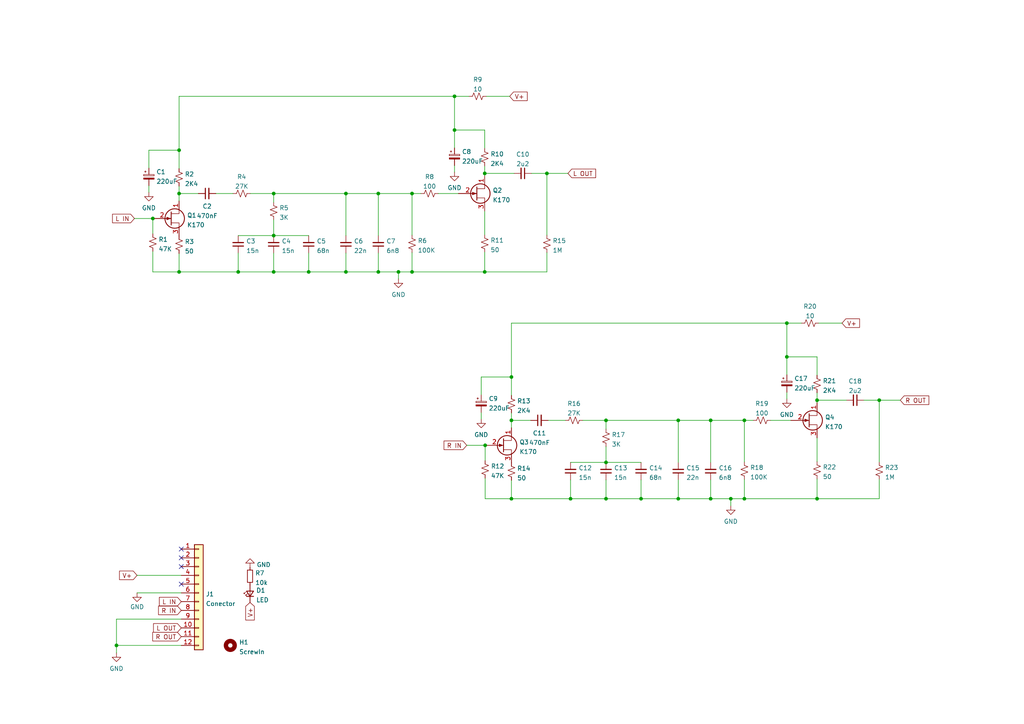
<source format=kicad_sch>
(kicad_sch (version 20211123) (generator eeschema)
  (paper "A4")
  (lib_symbols
    (symbol "Connector_Generic:Conn_01x12" (pin_names (offset 1.016) hide)
      (property "Reference" "J" (at 0 15.24 0))
      (property "Value" "Conn_01x12" (at 0 -17.78 0))
      (symbol "Conn_01x12_1_1"
        (rectangle (start -1.27 -15.113) (end 0 -15.367) (stroke (width 0.1524)))
        (rectangle (start -1.27 -12.573) (end 0 -12.827) (stroke (width 0.1524)))
        (rectangle (start -1.27 -10.033) (end 0 -10.287) (stroke (width 0.1524)))
        (rectangle (start -1.27 -7.493) (end 0 -7.747) (stroke (width 0.1524)))
        (rectangle (start -1.27 -4.953) (end 0 -5.207) (stroke (width 0.1524)))
        (rectangle (start -1.27 -2.413) (end 0 -2.667) (stroke (width 0.1524)))
        (rectangle (start -1.27 0.127) (end 0 -0.127) (stroke (width 0.1524)))
        (rectangle (start -1.27 2.667) (end 0 2.413) (stroke (width 0.1524)))
        (rectangle (start -1.27 5.207) (end 0 4.953) (stroke (width 0.1524)))
        (rectangle (start -1.27 7.747) (end 0 7.493) (stroke (width 0.1524)))
        (rectangle (start -1.27 10.287) (end 0 10.033) (stroke (width 0.1524)))
        (rectangle (start -1.27 12.827) (end 0 12.573) (stroke (width 0.1524)))
        (rectangle (start -1.27 13.97) (end 1.27 -16.51) (stroke (width 0.254)) (fill (type background)))
        (pin passive line (at -5.08 12.7 0) (length 3.81) (name "Pin_1") (number "1"))
        (pin passive line (at -5.08 -10.16 0) (length 3.81) (name "Pin_10") (number "10"))
        (pin passive line (at -5.08 -12.7 0) (length 3.81) (name "Pin_11") (number "11"))
        (pin passive line (at -5.08 -15.24 0) (length 3.81) (name "Pin_12") (number "12"))
        (pin passive line (at -5.08 10.16 0) (length 3.81) (name "Pin_2") (number "2"))
        (pin passive line (at -5.08 7.62 0) (length 3.81) (name "Pin_3") (number "3"))
        (pin passive line (at -5.08 5.08 0) (length 3.81) (name "Pin_4") (number "4"))
        (pin passive line (at -5.08 2.54 0) (length 3.81) (name "Pin_5") (number "5"))
        (pin passive line (at -5.08 0 0) (length 3.81) (name "Pin_6") (number "6"))
        (pin passive line (at -5.08 -2.54 0) (length 3.81) (name "Pin_7") (number "7"))
        (pin passive line (at -5.08 -5.08 0) (length 3.81) (name "Pin_8") (number "8"))
        (pin passive line (at -5.08 -7.62 0) (length 3.81) (name "Pin_9") (number "9"))
      )
    )
    (symbol "Device:C_Polarized_Small" (pin_numbers hide) (pin_names (offset 0.254) hide)
      (property "Reference" "C" (at 0.254 1.778 0))
      (property "Value" "C_Polarized_Small" (at 0.254 -2.032 0))
      (symbol "C_Polarized_Small_0_1"
        (rectangle (start -1.524 -0.3048) (end 1.524 -0.6858) (fill (type outline)))
        (rectangle (start -1.524 0.6858) (end 1.524 0.3048))
        (polyline (pts (xy -1.27 1.524) (xy -0.762 1.524)))
        (polyline (pts (xy -1.016 1.27) (xy -1.016 1.778)))
      )
      (symbol "C_Polarized_Small_1_1"
        (pin passive line (at 0 2.54 270) (length 1.8542) (name "~") (number "1"))
        (pin passive line (at 0 -2.54 90) (length 1.8542) (name "~") (number "2"))
      )
    )
    (symbol "Device:C_Small" (pin_numbers hide) (pin_names (offset 0.254) hide)
      (property "Reference" "C" (at 0.254 1.778 0))
      (property "Value" "C_Small" (at 0.254 -2.032 0))
      (symbol "C_Small_0_1"
        (polyline (pts (xy -1.524 -0.508) (xy 1.524 -0.508)) (stroke (width 0.3302)))
        (polyline (pts (xy -1.524 0.508) (xy 1.524 0.508)) (stroke (width 0.3048)))
      )
      (symbol "C_Small_1_1"
        (pin passive line (at 0 2.54 270) (length 2.032) (name "~") (number "1"))
        (pin passive line (at 0 -2.54 90) (length 2.032) (name "~") (number "2"))
      )
    )
    (symbol "Device:LED_Small" (pin_numbers hide) (pin_names (offset 0.254) hide)
      (property "Reference" "D" (at -1.27 3.175 0))
      (property "Value" "LED_Small" (at -4.445 -2.54 0))
      (symbol "LED_Small_0_1"
        (polyline (pts (xy -0.762 -1.016) (xy -0.762 1.016)) (stroke (width 0.254)))
        (polyline (pts (xy 1.016 0) (xy -0.762 0)))
        (polyline (pts (xy 0.762 -1.016) (xy -0.762 0) (xy 0.762 1.016) (xy 0.762 -1.016)) (stroke (width 0.254)))
        (polyline (pts (xy 0 0.762) (xy -0.508 1.27) (xy -0.254 1.27) (xy -0.508 1.27) (xy -0.508 1.016)))
        (polyline (pts (xy 0.508 1.27) (xy 0 1.778) (xy 0.254 1.778) (xy 0 1.778) (xy 0 1.524)))
      )
      (symbol "LED_Small_1_1"
        (pin passive line (at -2.54 0 0) (length 1.778) (name "K") (number "1"))
        (pin passive line (at 2.54 0 180) (length 1.778) (name "A") (number "2"))
      )
    )
    (symbol "Device:Q_NJFET_DGS" (pin_names (offset 0) hide)
      (property "Reference" "Q" (at 5.08 1.27 0))
      (property "Value" "Q_NJFET_DGS" (at 5.08 -1.27 0))
      (symbol "Q_NJFET_DGS_0_1"
        (polyline (pts (xy 0.254 1.905) (xy 0.254 -1.905) (xy 0.254 -1.905)) (stroke (width 0.254)))
        (polyline (pts (xy 2.54 -2.54) (xy 2.54 -1.27) (xy 0.254 -1.27)))
        (polyline (pts (xy 2.54 2.54) (xy 2.54 1.397) (xy 0.254 1.397)))
        (polyline (pts (xy 0 0) (xy -1.016 0.381) (xy -1.016 -0.381) (xy 0 0)) (fill (type outline)))
        (circle (center 1.27 0) (radius 2.8194) (stroke (width 0.254)))
      )
      (symbol "Q_NJFET_DGS_1_1"
        (pin passive line (at 2.54 5.08 270) (length 2.54) (name "D") (number "1"))
        (pin input line (at -5.08 0 0) (length 5.334) (name "G") (number "2"))
        (pin passive line (at 2.54 -5.08 90) (length 2.54) (name "S") (number "3"))
      )
    )
    (symbol "Device:R_Small" (pin_numbers hide) (pin_names (offset 0.254) hide)
      (property "Reference" "R" (at 0.762 0.508 0))
      (property "Value" "R_Small" (at 0.762 -1.016 0))
      (symbol "R_Small_0_1"
        (rectangle (start -0.762 1.778) (end 0.762 -1.778) (stroke (width 0.2032)))
      )
      (symbol "R_Small_1_1"
        (pin passive line (at 0 2.54 270) (length 0.762) (name "~") (number "1"))
        (pin passive line (at 0 -2.54 90) (length 0.762) (name "~") (number "2"))
      )
    )
    (symbol "Device:R_Small_US" (pin_numbers hide) (pin_names (offset 0.254) hide)
      (property "Reference" "R" (at 0.762 0.508 0))
      (property "Value" "R_Small_US" (at 0.762 -1.016 0))
      (symbol "R_Small_US_1_1"
        (polyline (pts (xy 0 0) (xy 1.016 -0.381) (xy 0 -0.762) (xy -1.016 -1.143) (xy 0 -1.524)))
        (polyline (pts (xy 0 1.524) (xy 1.016 1.143) (xy 0 0.762) (xy -1.016 0.381) (xy 0 0)))
        (pin passive line (at 0 2.54 270) (length 1.016) (name "~") (number "1"))
        (pin passive line (at 0 -2.54 90) (length 1.016) (name "~") (number "2"))
      )
    )
    (symbol "Mechanical:MountingHole" (pin_names (offset 1.016))
      (property "Reference" "H" (at 0 5.08 0))
      (property "Value" "MountingHole" (at 0 3.175 0))
      (symbol "MountingHole_0_1"
        (circle (center 0 0) (radius 1.27) (stroke (width 1.27)))
      )
    )
    (symbol "power:GND" (power) (pin_names (offset 0))
      (property "Value" "GND" (at 0 -3.81 0))
      (symbol "GND_0_1"
        (polyline (pts (xy 0 0) (xy 0 -1.27) (xy 1.27 -1.27) (xy 0 -2.54) (xy -1.27 -1.27) (xy 0 -1.27)))
      )
      (symbol "GND_1_1"
        (pin power_in line (at 0 0 270) (length 0) hide (name "GND") (number "1"))
      )
    )
  )
  (junction (at 51.943 43.561))
  (junction (at 228.219 103.505))
  (junction (at 236.982 144.653))
  (junction (at 206.121 121.92))
  (junction (at 175.768 144.653))
  (junction (at 175.768 134.112))
  (junction (at 100.33 56.134))
  (junction (at 109.728 78.867))
  (junction (at 255.016 116.078))
  (junction (at 33.782 187.198))
  (junction (at 109.728 56.134))
  (junction (at 89.535 78.867))
  (junction (at 196.723 144.653))
  (junction (at 228.219 93.726))
  (junction (at 165.481 144.653))
  (junction (at 175.768 121.92))
  (junction (at 158.623 50.292))
  (junction (at 79.375 78.867))
  (junction (at 131.826 37.719))
  (junction (at 51.943 56.134))
  (junction (at 148.336 144.653))
  (junction (at 69.088 78.867))
  (junction (at 206.121 144.653))
  (junction (at 185.928 144.653))
  (junction (at 215.9 144.653))
  (junction (at 196.723 121.92))
  (junction (at 131.826 27.94))
  (junction (at 211.963 144.653))
  (junction (at 51.943 78.867))
  (junction (at 119.507 56.134))
  (junction (at 236.982 116.078))
  (junction (at 140.716 129.159))
  (junction (at 140.589 50.292))
  (junction (at 100.33 78.867))
  (junction (at 140.589 78.867))
  (junction (at 115.57 78.867))
  (junction (at 44.323 63.373))
  (junction (at 79.375 68.326))
  (junction (at 79.375 56.134))
  (junction (at 148.336 121.92))
  (junction (at 215.9 121.92))
  (junction (at 119.507 78.867))
  (junction (at 148.336 109.347))
  (no_connect (at 52.578 164.338))
  (no_connect (at 52.578 159.258))
  (no_connect (at 52.578 161.798))
  (no_connect (at 52.578 169.418))
  (wire (pts (xy 215.9 121.92) (xy 206.121 121.92)))
  (wire (pts (xy 127.127 56.134) (xy 132.969 56.134)))
  (wire (pts (xy 236.982 138.938) (xy 236.982 144.653)))
  (wire (pts (xy 140.589 50.292) (xy 149.098 50.292)))
  (wire (pts (xy 215.9 133.985) (xy 215.9 121.92)))
  (wire (pts (xy 44.323 63.373) (xy 38.989 63.373)))
  (wire (pts (xy 140.589 78.867) (xy 119.507 78.867)))
  (wire (pts (xy 141.097 27.94) (xy 147.828 27.94)))
  (wire (pts (xy 175.768 139.192) (xy 175.768 144.653)))
  (wire (pts (xy 119.507 56.134) (xy 122.047 56.134)))
  (wire (pts (xy 206.121 134.112) (xy 206.121 121.92)))
  (wire (pts (xy 39.751 171.958) (xy 52.578 171.958)))
  (wire (pts (xy 39.751 166.878) (xy 52.578 166.878)))
  (wire (pts (xy 206.121 144.653) (xy 196.723 144.653)))
  (wire (pts (xy 255.016 116.078) (xy 261.112 116.078)))
  (wire (pts (xy 206.121 121.92) (xy 196.723 121.92)))
  (wire (pts (xy 140.716 144.653) (xy 140.716 138.684)))
  (wire (pts (xy 158.623 78.867) (xy 140.589 78.867)))
  (wire (pts (xy 148.336 121.92) (xy 153.924 121.92)))
  (wire (pts (xy 185.928 139.192) (xy 185.928 144.653)))
  (wire (pts (xy 131.826 37.719) (xy 140.589 37.719)))
  (wire (pts (xy 109.728 78.867) (xy 100.33 78.867)))
  (wire (pts (xy 119.507 56.134) (xy 109.728 56.134)))
  (wire (pts (xy 211.963 146.685) (xy 211.963 144.653)))
  (wire (pts (xy 165.481 134.112) (xy 175.768 134.112)))
  (wire (pts (xy 139.573 114.554) (xy 139.573 109.347)))
  (wire (pts (xy 228.219 103.505) (xy 236.982 103.505)))
  (wire (pts (xy 175.768 134.112) (xy 175.768 129.54)))
  (wire (pts (xy 79.375 78.867) (xy 69.088 78.867)))
  (wire (pts (xy 51.943 53.975) (xy 51.943 56.134)))
  (wire (pts (xy 131.826 48.006) (xy 131.826 49.911)))
  (wire (pts (xy 33.782 179.578) (xy 52.578 179.578)))
  (wire (pts (xy 236.982 144.653) (xy 215.9 144.653)))
  (wire (pts (xy 154.178 50.292) (xy 158.623 50.292)))
  (wire (pts (xy 148.336 109.347) (xy 148.336 114.681)))
  (wire (pts (xy 43.18 43.561) (xy 51.943 43.561)))
  (wire (pts (xy 69.088 68.326) (xy 79.375 68.326)))
  (wire (pts (xy 232.41 93.726) (xy 228.219 93.726)))
  (wire (pts (xy 100.33 78.867) (xy 89.535 78.867)))
  (wire (pts (xy 139.573 109.347) (xy 148.336 109.347)))
  (wire (pts (xy 44.323 78.867) (xy 44.323 72.898)))
  (wire (pts (xy 228.219 93.726) (xy 148.336 93.726)))
  (wire (pts (xy 69.088 78.867) (xy 51.943 78.867)))
  (wire (pts (xy 148.336 139.319) (xy 148.336 144.653)))
  (wire (pts (xy 51.943 43.561) (xy 51.943 48.895)))
  (wire (pts (xy 51.943 56.134) (xy 51.943 58.293)))
  (wire (pts (xy 165.481 139.192) (xy 165.481 144.653)))
  (wire (pts (xy 115.57 78.867) (xy 119.507 78.867)))
  (wire (pts (xy 148.336 93.726) (xy 148.336 109.347)))
  (wire (pts (xy 69.088 73.406) (xy 69.088 78.867)))
  (wire (pts (xy 115.57 80.899) (xy 115.57 78.867)))
  (wire (pts (xy 79.375 56.134) (xy 72.644 56.134)))
  (wire (pts (xy 79.375 58.674) (xy 79.375 56.134)))
  (wire (pts (xy 236.982 116.078) (xy 245.491 116.078)))
  (wire (pts (xy 100.33 73.406) (xy 100.33 78.867)))
  (wire (pts (xy 89.535 78.867) (xy 79.375 78.867)))
  (wire (pts (xy 159.004 121.92) (xy 163.957 121.92)))
  (wire (pts (xy 196.723 144.653) (xy 185.928 144.653)))
  (wire (pts (xy 236.982 113.919) (xy 236.982 116.078)))
  (wire (pts (xy 140.589 73.152) (xy 140.589 78.867)))
  (wire (pts (xy 148.336 119.761) (xy 148.336 121.92)))
  (wire (pts (xy 79.375 68.326) (xy 79.375 63.754)))
  (wire (pts (xy 140.589 37.719) (xy 140.589 43.053)))
  (wire (pts (xy 131.826 27.94) (xy 131.826 37.719)))
  (wire (pts (xy 131.826 42.926) (xy 131.826 37.719)))
  (wire (pts (xy 255.016 144.653) (xy 236.982 144.653)))
  (wire (pts (xy 158.623 50.292) (xy 158.623 68.199)))
  (wire (pts (xy 175.768 121.92) (xy 169.037 121.92)))
  (wire (pts (xy 33.782 179.578) (xy 33.782 187.198)))
  (wire (pts (xy 196.723 134.112) (xy 196.723 121.92)))
  (wire (pts (xy 175.768 144.653) (xy 165.481 144.653)))
  (wire (pts (xy 211.963 144.653) (xy 215.9 144.653)))
  (wire (pts (xy 100.33 68.326) (xy 100.33 56.134)))
  (wire (pts (xy 215.9 121.92) (xy 218.44 121.92)))
  (wire (pts (xy 139.573 119.634) (xy 139.573 121.539)))
  (wire (pts (xy 100.33 56.134) (xy 79.375 56.134)))
  (wire (pts (xy 79.375 73.406) (xy 79.375 78.867)))
  (wire (pts (xy 165.481 144.653) (xy 148.336 144.653)))
  (wire (pts (xy 255.016 139.065) (xy 255.016 144.653)))
  (wire (pts (xy 51.943 73.533) (xy 51.943 78.867)))
  (wire (pts (xy 236.982 103.505) (xy 236.982 108.839)))
  (wire (pts (xy 228.219 108.712) (xy 228.219 103.505)))
  (wire (pts (xy 140.716 129.159) (xy 135.382 129.159)))
  (wire (pts (xy 119.507 68.199) (xy 119.507 56.134)))
  (wire (pts (xy 185.928 134.112) (xy 175.768 134.112)))
  (wire (pts (xy 33.782 187.198) (xy 52.578 187.198)))
  (wire (pts (xy 89.535 73.406) (xy 89.535 78.867)))
  (wire (pts (xy 140.716 133.604) (xy 140.716 129.159)))
  (wire (pts (xy 237.49 93.726) (xy 244.221 93.726)))
  (wire (pts (xy 206.121 139.192) (xy 206.121 144.653)))
  (wire (pts (xy 140.589 48.133) (xy 140.589 50.292)))
  (wire (pts (xy 206.121 144.653) (xy 211.963 144.653)))
  (wire (pts (xy 228.219 93.726) (xy 228.219 103.505)))
  (wire (pts (xy 140.589 61.214) (xy 140.589 68.072)))
  (wire (pts (xy 175.768 124.46) (xy 175.768 121.92)))
  (wire (pts (xy 109.728 78.867) (xy 115.57 78.867)))
  (wire (pts (xy 43.18 48.768) (xy 43.18 43.561)))
  (wire (pts (xy 158.623 50.292) (xy 164.719 50.292)))
  (wire (pts (xy 228.219 113.792) (xy 228.219 115.697)))
  (wire (pts (xy 196.723 121.92) (xy 175.768 121.92)))
  (wire (pts (xy 140.589 50.292) (xy 140.589 51.054)))
  (wire (pts (xy 148.336 121.92) (xy 148.336 124.079)))
  (wire (pts (xy 109.728 73.406) (xy 109.728 78.867)))
  (wire (pts (xy 89.535 68.326) (xy 79.375 68.326)))
  (wire (pts (xy 136.017 27.94) (xy 131.826 27.94)))
  (wire (pts (xy 109.728 68.326) (xy 109.728 56.134)))
  (wire (pts (xy 109.728 56.134) (xy 100.33 56.134)))
  (wire (pts (xy 33.782 187.198) (xy 33.782 189.357)))
  (wire (pts (xy 250.571 116.078) (xy 255.016 116.078)))
  (wire (pts (xy 185.928 144.653) (xy 175.768 144.653)))
  (wire (pts (xy 62.611 56.134) (xy 67.564 56.134)))
  (wire (pts (xy 51.943 27.94) (xy 51.943 43.561)))
  (wire (pts (xy 44.323 67.818) (xy 44.323 63.373)))
  (wire (pts (xy 255.016 116.078) (xy 255.016 133.985)))
  (wire (pts (xy 236.982 127) (xy 236.982 133.858)))
  (wire (pts (xy 196.723 139.192) (xy 196.723 144.653)))
  (wire (pts (xy 223.52 121.92) (xy 229.362 121.92)))
  (wire (pts (xy 51.943 56.134) (xy 57.531 56.134)))
  (wire (pts (xy 236.982 116.078) (xy 236.982 116.84)))
  (wire (pts (xy 131.826 27.94) (xy 51.943 27.94)))
  (wire (pts (xy 158.623 73.279) (xy 158.623 78.867)))
  (wire (pts (xy 215.9 139.065) (xy 215.9 144.653)))
  (wire (pts (xy 51.943 78.867) (xy 44.323 78.867)))
  (wire (pts (xy 43.18 53.848) (xy 43.18 55.753)))
  (wire (pts (xy 119.507 73.279) (xy 119.507 78.867)))
  (wire (pts (xy 148.336 144.653) (xy 140.716 144.653)))
  (global_label "L IN" (shape input) (at 52.578 174.498 180) (property "Intersheet References" "${INTERSHEET_REFS}" (effects hide)))
  (global_label "V+" (shape input) (at 244.221 93.726 0) (property "Intersheet References" "${INTERSHEET_REFS}" (effects hide)))
  (global_label "V+" (shape input) (at 147.828 27.94 0) (property "Intersheet References" "${INTERSHEET_REFS}" (effects hide)))
  (global_label "V+" (shape input) (at 39.751 166.878 180) (property "Intersheet References" "${INTERSHEET_REFS}" (effects hide)))
  (global_label "R IN" (shape input) (at 135.382 129.159 180) (property "Intersheet References" "${INTERSHEET_REFS}" (effects hide)))
  (global_label "L OUT" (shape input) (at 52.578 182.118 180) (property "Intersheet References" "${INTERSHEET_REFS}" (effects hide)))
  (global_label "R IN" (shape input) (at 52.578 177.038 180) (property "Intersheet References" "${INTERSHEET_REFS}" (effects hide)))
  (global_label "V+" (shape input) (at 72.517 174.752 270) (property "Intersheet References" "${INTERSHEET_REFS}" (effects hide)))
  (global_label "R OUT" (shape input) (at 261.112 116.078 0) (property "Intersheet References" "${INTERSHEET_REFS}" (effects hide)))
  (global_label "L OUT" (shape input) (at 164.719 50.292 0) (property "Intersheet References" "${INTERSHEET_REFS}" (effects hide)))
  (global_label "L IN" (shape input) (at 38.989 63.373 180) (property "Intersheet References" "${INTERSHEET_REFS}" (effects hide)))
  (global_label "R OUT" (shape input) (at 52.578 184.658 180) (property "Intersheet References" "${INTERSHEET_REFS}" (effects hide)))
  (symbol (lib_id "Device:C_Small") (at 79.375 70.866 180) (unit 1)
    (property "Reference" "C4" (at 81.6991 69.9511 0) (effects (justify right)))
    (property "Value" "15n" (at 81.6991 72.7262 0) (effects (justify right)))
    (property "Footprint" "Capacitor_THT:C_Rect_L13.0mm_W8.0mm_P10.00mm_FKS3_FKP3_MKS4" (effects hide))
  )
  (symbol (lib_id "Mechanical:MountingHole") (at 66.802 187.198 0) (unit 1)
    (property "Reference" "H1" (at 69.342 186.2895 0) (effects (justify left)))
    (property "Value" "ScrewIn" (at 69.342 189.0646 0) (effects (justify left)))
    (property "Footprint" "MountingHole:MountingHole_3.2mm_M3" (effects hide))
  )
  (symbol (lib_id "Device:C_Small") (at 69.088 70.866 180) (unit 1)
    (property "Reference" "C3" (at 71.4121 69.9511 0) (effects (justify right)))
    (property "Value" "15n" (at 71.4121 72.7262 0) (effects (justify right)))
    (property "Footprint" "Capacitor_THT:C_Rect_L13.0mm_W8.0mm_P10.00mm_FKS3_FKP3_MKS4" (effects hide))
  )
  (symbol (lib_id "Device:C_Small") (at 248.031 116.078 270) (unit 1)
    (property "Reference" "C18" (at 248.0246 110.5494 90))
    (property "Value" "2u2" (at 248.0246 113.3245 90))
    (property "Footprint" "Capacitor_THT:C_Axial_L19.0mm_D8.0mm_P25.00mm_Horizontal" (effects hide))
  )
  (symbol (lib_id "Device:C_Small") (at 156.464 121.92 90) (unit 1)
    (property "Reference" "C11" (at 156.4703 125.6316 90))
    (property "Value" "470nF" (at 156.4703 128.4067 90))
    (property "Footprint" "Capacitor_THT:C_Rect_L13.0mm_W8.0mm_P10.00mm_FKS3_FKP3_MKS4" (effects hide))
  )
  (symbol (lib_id "Device:R_Small_US") (at 236.982 111.379 0) (unit 1)
    (property "Reference" "R21" (at 238.633 110.4705 0) (effects (justify left)))
    (property "Value" "2K4" (at 238.633 113.2456 0) (effects (justify left)))
    (property "Footprint" "Resistor_SMD:R_1206_3216Metric" (effects hide))
  )
  (symbol (lib_id "Device:C_Small") (at 89.535 70.866 180) (unit 1)
    (property "Reference" "C5" (at 91.8591 69.9511 0) (effects (justify right)))
    (property "Value" "68n" (at 91.8591 72.7262 0) (effects (justify right)))
    (property "Footprint" "Capacitor_THT:C_Rect_L13.0mm_W8.0mm_P10.00mm_FKS3_FKP3_MKS4" (effects hide))
  )
  (symbol (lib_id "power:GND") (at 228.219 115.697 0) (unit 1)
    (property "Reference" "#PWR0101" (effects hide))
    (property "Value" "GND" (at 228.219 120.2595 0))
  )
  (symbol (lib_id "Device:Q_NJFET_DGS") (at 145.796 129.159 0) (unit 1)
    (property "Reference" "Q3" (at 150.6474 128.2505 0) (effects (justify left)))
    (property "Value" "K170" (at 150.6474 131.0256 0) (effects (justify left)))
    (property "Footprint" "Package_TO_SOT_THT:TO-92" (effects hide))
  )
  (symbol (lib_id "Connector_Generic:Conn_01x12") (at 57.658 171.958 0) (unit 1)
    (property "Reference" "J1" (at 59.69 172.3195 0) (effects (justify left)))
    (property "Value" "Conector" (at 59.69 175.0946 0) (effects (justify left)))
    (property "Footprint" "TSD MIXER FOOTPRINTS:PinHeader_2x12_P2.54mm_Vertical" (effects hide))
  )
  (symbol (lib_id "Device:C_Small") (at 60.071 56.134 90) (unit 1)
    (property "Reference" "C2" (at 60.0773 59.8456 90))
    (property "Value" "470nF" (at 60.0773 62.6207 90))
    (property "Footprint" "Capacitor_THT:C_Rect_L13.0mm_W8.0mm_P10.00mm_FKS3_FKP3_MKS4" (effects hide))
  )
  (symbol (lib_id "power:GND") (at 211.963 146.685 0) (unit 1)
    (property "Reference" "#PWR0104" (effects hide))
    (property "Value" "GND" (at 211.963 151.2475 0))
  )
  (symbol (lib_id "Device:R_Small_US") (at 124.587 56.134 270) (unit 1)
    (property "Reference" "R8" (at 124.587 51.2785 90))
    (property "Value" "100" (at 124.587 54.0536 90))
    (property "Footprint" "Resistor_SMD:R_1206_3216Metric" (effects hide))
  )
  (symbol (lib_id "Device:R_Small_US") (at 175.768 127 180) (unit 1)
    (property "Reference" "R17" (at 177.419 126.0915 0) (effects (justify right)))
    (property "Value" "3K" (at 177.419 128.8666 0) (effects (justify right)))
    (property "Footprint" "Resistor_SMD:R_1206_3216Metric" (effects hide))
  )
  (symbol (lib_id "Device:R_Small_US") (at 51.943 70.993 0) (unit 1)
    (property "Reference" "R3" (at 53.594 70.0845 0) (effects (justify left)))
    (property "Value" "50" (at 53.594 72.8596 0) (effects (justify left)))
    (property "Footprint" "Resistor_SMD:R_1206_3216Metric" (effects hide))
  )
  (symbol (lib_id "Device:C_Small") (at 175.768 136.652 180) (unit 1)
    (property "Reference" "C13" (at 178.0921 135.7371 0) (effects (justify right)))
    (property "Value" "15n" (at 178.0921 138.5122 0) (effects (justify right)))
    (property "Footprint" "Capacitor_THT:C_Rect_L13.0mm_W8.0mm_P10.00mm_FKS3_FKP3_MKS4" (effects hide))
  )
  (symbol (lib_id "Device:R_Small_US") (at 140.716 136.144 0) (unit 1)
    (property "Reference" "R12" (at 142.367 135.2355 0) (effects (justify left)))
    (property "Value" "47K" (at 142.367 138.0106 0) (effects (justify left)))
    (property "Footprint" "Resistor_SMD:R_1206_3216Metric" (effects hide))
  )
  (symbol (lib_id "Device:Q_NJFET_DGS") (at 49.403 63.373 0) (unit 1)
    (property "Reference" "Q1" (at 54.2544 62.4645 0) (effects (justify left)))
    (property "Value" "K170" (at 54.2544 65.2396 0) (effects (justify left)))
    (property "Footprint" "Package_TO_SOT_THT:TO-92" (effects hide))
  )
  (symbol (lib_id "Device:Q_NJFET_DGS") (at 138.049 56.134 0) (unit 1)
    (property "Reference" "Q2" (at 142.9004 55.2255 0) (effects (justify left)))
    (property "Value" "K170" (at 142.9004 58.0006 0) (effects (justify left)))
    (property "Footprint" "Package_TO_SOT_THT:TO-92" (effects hide))
  )
  (symbol (lib_id "Device:C_Small") (at 196.723 136.652 180) (unit 1)
    (property "Reference" "C15" (at 199.0471 135.7371 0) (effects (justify right)))
    (property "Value" "22n" (at 199.0471 138.5122 0) (effects (justify right)))
    (property "Footprint" "Capacitor_THT:C_Rect_L13.0mm_W8.0mm_P10.00mm_FKS3_FKP3_MKS4" (effects hide))
  )
  (symbol (lib_id "Device:C_Small") (at 206.121 136.652 180) (unit 1)
    (property "Reference" "C16" (at 208.4451 135.7371 0) (effects (justify right)))
    (property "Value" "6n8" (at 208.4451 138.5122 0) (effects (justify right)))
    (property "Footprint" "Capacitor_THT:C_Rect_L13.0mm_W8.0mm_P10.00mm_FKS3_FKP3_MKS4" (effects hide))
  )
  (symbol (lib_id "power:GND") (at 39.751 171.958 0) (unit 1)
    (property "Reference" "#PWR0105" (effects hide))
    (property "Value" "GND" (at 37.719 176.022 0) (effects (justify left)))
  )
  (symbol (lib_id "power:GND") (at 43.18 55.753 0) (unit 1)
    (property "Reference" "#PWR0107" (effects hide))
    (property "Value" "GND" (at 43.18 60.3155 0))
  )
  (symbol (lib_id "Device:R_Small_US") (at 138.557 27.94 90) (unit 1)
    (property "Reference" "R9" (at 138.557 23.0845 90))
    (property "Value" "10" (at 138.557 25.8596 90))
    (property "Footprint" "Resistor_SMD:R_1206_3216Metric" (effects hide))
  )
  (symbol (lib_id "Device:R_Small") (at 72.517 167.132 0) (unit 1)
    (property "Reference" "R7" (at 74.0156 166.2235 0) (effects (justify left)))
    (property "Value" "10k" (at 74.0156 168.9986 0) (effects (justify left)))
    (property "Footprint" "Resistor_SMD:R_1206_3216Metric" (effects hide))
  )
  (symbol (lib_id "Device:R_Small_US") (at 234.95 93.726 90) (unit 1)
    (property "Reference" "R20" (at 234.95 88.8705 90))
    (property "Value" "10" (at 234.95 91.6456 90))
    (property "Footprint" "Resistor_SMD:R_1206_3216Metric" (effects hide))
  )
  (symbol (lib_id "Device:R_Small_US") (at 148.336 117.221 0) (unit 1)
    (property "Reference" "R13" (at 149.987 116.3125 0) (effects (justify left)))
    (property "Value" "2K4" (at 149.987 119.0876 0) (effects (justify left)))
    (property "Footprint" "Resistor_SMD:R_1206_3216Metric" (effects hide))
  )
  (symbol (lib_id "Device:R_Small_US") (at 236.982 136.398 0) (unit 1)
    (property "Reference" "R22" (at 238.633 135.4895 0) (effects (justify left)))
    (property "Value" "50" (at 238.633 138.2646 0) (effects (justify left)))
    (property "Footprint" "Resistor_SMD:R_1206_3216Metric" (effects hide))
  )
  (symbol (lib_id "Device:C_Polarized_Small") (at 139.573 117.094 0) (unit 1)
    (property "Reference" "C9" (at 141.732 115.6394 0) (effects (justify left)))
    (property "Value" "220uF" (at 141.732 118.4145 0) (effects (justify left)))
    (property "Footprint" "Capacitor_THT:CP_Radial_D10.0mm_P5.00mm_P7.50mm" (effects hide))
  )
  (symbol (lib_id "power:GND") (at 33.782 189.357 0) (unit 1)
    (property "Reference" "#PWR0106" (effects hide))
    (property "Value" "GND" (at 33.782 193.9195 0))
  )
  (symbol (lib_id "Device:R_Small_US") (at 215.9 136.525 180) (unit 1)
    (property "Reference" "R18" (at 217.551 135.6165 0) (effects (justify right)))
    (property "Value" "100K" (at 217.551 138.3916 0) (effects (justify right)))
    (property "Footprint" "Resistor_SMD:R_1206_3216Metric" (effects hide))
  )
  (symbol (lib_id "Device:C_Small") (at 100.33 70.866 180) (unit 1)
    (property "Reference" "C6" (at 102.6541 69.9511 0) (effects (justify right)))
    (property "Value" "22n" (at 102.6541 72.7262 0) (effects (justify right)))
    (property "Footprint" "Capacitor_THT:C_Rect_L13.0mm_W8.0mm_P10.00mm_FKS3_FKP3_MKS4" (effects hide))
  )
  (symbol (lib_id "Device:R_Small_US") (at 51.943 51.435 0) (unit 1)
    (property "Reference" "R2" (at 53.594 50.5265 0) (effects (justify left)))
    (property "Value" "2K4" (at 53.594 53.3016 0) (effects (justify left)))
    (property "Footprint" "Resistor_SMD:R_1206_3216Metric" (effects hide))
  )
  (symbol (lib_id "Device:R_Small_US") (at 158.623 70.739 0) (unit 1)
    (property "Reference" "R15" (at 160.274 69.8305 0) (effects (justify left)))
    (property "Value" "1M" (at 160.274 72.6056 0) (effects (justify left)))
    (property "Footprint" "Resistor_SMD:R_1206_3216Metric" (effects hide))
  )
  (symbol (lib_id "Device:R_Small_US") (at 140.589 70.612 0) (unit 1)
    (property "Reference" "R11" (at 142.24 69.7035 0) (effects (justify left)))
    (property "Value" "50" (at 142.24 72.4786 0) (effects (justify left)))
    (property "Footprint" "Resistor_SMD:R_1206_3216Metric" (effects hide))
  )
  (symbol (lib_id "Device:LED_Small") (at 72.517 172.212 90) (unit 1)
    (property "Reference" "D1" (at 74.295 171.24 90) (effects (justify right)))
    (property "Value" "LED" (at 74.295 174.0151 90) (effects (justify right)))
    (property "Footprint" "Diode_SMD:D_0201_0603Metric_Pad0.64x0.40mm_HandSolder" (effects hide))
  )
  (symbol (lib_id "Device:R_Small_US") (at 79.375 61.214 180) (unit 1)
    (property "Reference" "R5" (at 81.026 60.3055 0) (effects (justify right)))
    (property "Value" "3K" (at 81.026 63.0806 0) (effects (justify right)))
    (property "Footprint" "Resistor_SMD:R_1206_3216Metric" (effects hide))
  )
  (symbol (lib_id "Device:C_Small") (at 109.728 70.866 180) (unit 1)
    (property "Reference" "C7" (at 112.0521 69.9511 0) (effects (justify right)))
    (property "Value" "6n8" (at 112.0521 72.7262 0) (effects (justify right)))
    (property "Footprint" "Capacitor_THT:C_Rect_L13.0mm_W8.0mm_P10.00mm_FKS3_FKP3_MKS4" (effects hide))
  )
  (symbol (lib_id "Device:R_Small_US") (at 119.507 70.739 180) (unit 1)
    (property "Reference" "R6" (at 121.158 69.8305 0) (effects (justify right)))
    (property "Value" "100K" (at 121.158 72.6056 0) (effects (justify right)))
    (property "Footprint" "Resistor_SMD:R_1206_3216Metric" (effects hide))
  )
  (symbol (lib_id "power:GND") (at 72.517 164.592 180) (unit 1)
    (property "Reference" "#PWR0109" (effects hide))
    (property "Value" "GND" (at 74.422 163.801 0) (effects (justify right)))
  )
  (symbol (lib_id "Device:C_Polarized_Small") (at 228.219 111.252 0) (unit 1)
    (property "Reference" "C17" (at 230.378 109.7974 0) (effects (justify left)))
    (property "Value" "220uF" (at 230.378 112.5725 0) (effects (justify left)))
    (property "Footprint" "Capacitor_THT:CP_Radial_D10.0mm_P5.00mm_P7.50mm" (effects hide))
  )
  (symbol (lib_id "Device:R_Small_US") (at 166.497 121.92 90) (unit 1)
    (property "Reference" "R16" (at 166.497 117.0645 90))
    (property "Value" "27K" (at 166.497 119.8396 90))
    (property "Footprint" "Resistor_SMD:R_1206_3216Metric" (effects hide))
  )
  (symbol (lib_id "power:GND") (at 131.826 49.911 0) (unit 1)
    (property "Reference" "#PWR0102" (effects hide))
    (property "Value" "GND" (at 131.826 54.4735 0))
  )
  (symbol (lib_id "Device:R_Small_US") (at 220.98 121.92 270) (unit 1)
    (property "Reference" "R19" (at 220.98 117.0645 90))
    (property "Value" "100" (at 220.98 119.8396 90))
    (property "Footprint" "Resistor_SMD:R_1206_3216Metric" (effects hide))
  )
  (symbol (lib_id "Device:C_Polarized_Small") (at 43.18 51.308 0) (unit 1)
    (property "Reference" "C1" (at 45.339 49.8534 0) (effects (justify left)))
    (property "Value" "220uF" (at 45.339 52.6285 0) (effects (justify left)))
    (property "Footprint" "Capacitor_THT:CP_Radial_D10.0mm_P5.00mm_P7.50mm" (effects hide))
  )
  (symbol (lib_id "Device:C_Small") (at 165.481 136.652 180) (unit 1)
    (property "Reference" "C12" (at 167.8051 135.7371 0) (effects (justify right)))
    (property "Value" "15n" (at 167.8051 138.5122 0) (effects (justify right)))
    (property "Footprint" "Capacitor_THT:C_Rect_L13.0mm_W8.0mm_P10.00mm_FKS3_FKP3_MKS4" (effects hide))
  )
  (symbol (lib_id "Device:R_Small_US") (at 255.016 136.525 0) (unit 1)
    (property "Reference" "R23" (at 256.667 135.6165 0) (effects (justify left)))
    (property "Value" "1M" (at 256.667 138.3916 0) (effects (justify left)))
    (property "Footprint" "Resistor_SMD:R_1206_3216Metric" (effects hide))
  )
  (symbol (lib_id "Device:R_Small_US") (at 70.104 56.134 90) (unit 1)
    (property "Reference" "R4" (at 70.104 51.2785 90))
    (property "Value" "27K" (at 70.104 54.0536 90))
    (property "Footprint" "Resistor_SMD:R_1206_3216Metric" (effects hide))
  )
  (symbol (lib_id "Device:Q_NJFET_DGS") (at 234.442 121.92 0) (unit 1)
    (property "Reference" "Q4" (at 239.2934 121.0115 0) (effects (justify left)))
    (property "Value" "K170" (at 239.2934 123.7866 0) (effects (justify left)))
    (property "Footprint" "Package_TO_SOT_THT:TO-92" (effects hide))
  )
  (symbol (lib_id "Device:R_Small_US") (at 44.323 70.358 0) (unit 1)
    (property "Reference" "R1" (at 45.974 69.4495 0) (effects (justify left)))
    (property "Value" "47K" (at 45.974 72.2246 0) (effects (justify left)))
    (property "Footprint" "Resistor_SMD:R_1206_3216Metric" (effects hide))
  )
  (symbol (lib_id "Device:C_Polarized_Small") (at 131.826 45.466 0) (unit 1)
    (property "Reference" "C8" (at 133.985 44.0114 0) (effects (justify left)))
    (property "Value" "220uF" (at 133.985 46.7865 0) (effects (justify left)))
    (property "Footprint" "Capacitor_THT:CP_Radial_D10.0mm_P5.00mm_P7.50mm" (effects hide))
  )
  (symbol (lib_id "Device:C_Small") (at 151.638 50.292 270) (unit 1)
    (property "Reference" "C10" (at 151.6316 44.7634 90))
    (property "Value" "2u2" (at 151.6316 47.5385 90))
    (property "Footprint" "Capacitor_THT:C_Axial_L19.0mm_D8.0mm_P25.00mm_Horizontal" (effects hide))
  )
  (symbol (lib_id "Device:R_Small_US") (at 148.336 136.779 0) (unit 1)
    (property "Reference" "R14" (at 149.987 135.8705 0) (effects (justify left)))
    (property "Value" "50" (at 149.987 138.6456 0) (effects (justify left)))
    (property "Footprint" "Resistor_SMD:R_1206_3216Metric" (effects hide))
  )
  (symbol (lib_id "power:GND") (at 139.573 121.539 0) (unit 1)
    (property "Reference" "#PWR0103" (effects hide))
    (property "Value" "GND" (at 139.573 126.1015 0))
  )
  (symbol (lib_id "Device:R_Small_US") (at 140.589 45.593 0) (unit 1)
    (property "Reference" "R10" (at 142.24 44.6845 0) (effects (justify left)))
    (property "Value" "2K4" (at 142.24 47.4596 0) (effects (justify left)))
    (property "Footprint" "Resistor_SMD:R_1206_3216Metric" (effects hide))
  )
  (symbol (lib_id "Device:C_Small") (at 185.928 136.652 180) (unit 1)
    (property "Reference" "C14" (at 188.2521 135.7371 0) (effects (justify right)))
    (property "Value" "68n" (at 188.2521 138.5122 0) (effects (justify right)))
    (property "Footprint" "Capacitor_THT:C_Rect_L13.0mm_W8.0mm_P10.00mm_FKS3_FKP3_MKS4" (effects hide))
  )
  (symbol (lib_id "power:GND") (at 115.57 80.899 0) (unit 1)
    (property "Reference" "#PWR0108" (effects hide))
    (property "Value" "GND" (at 115.57 85.4615 0))
  )
)
</source>
